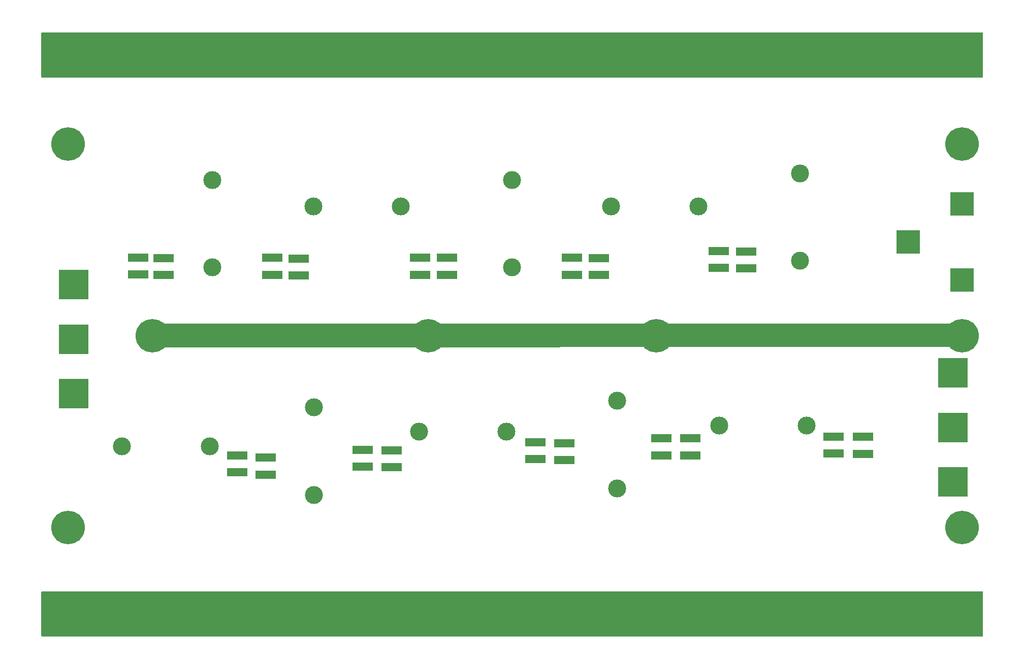
<source format=gbr>
%TF.GenerationSoftware,KiCad,Pcbnew,8.0.6-8.0.6-0~ubuntu24.04.1*%
%TF.CreationDate,2024-10-28T17:30:22+01:00*%
%TF.ProjectId,diplexer,6469706c-6578-4657-922e-6b696361645f,rev?*%
%TF.SameCoordinates,Original*%
%TF.FileFunction,Soldermask,Top*%
%TF.FilePolarity,Negative*%
%FSLAX46Y46*%
G04 Gerber Fmt 4.6, Leading zero omitted, Abs format (unit mm)*
G04 Created by KiCad (PCBNEW 8.0.6-8.0.6-0~ubuntu24.04.1) date 2024-10-28 17:30:22*
%MOMM*%
%LPD*%
G01*
G04 APERTURE LIST*
G04 Aperture macros list*
%AMRoundRect*
0 Rectangle with rounded corners*
0 $1 Rounding radius*
0 $2 $3 $4 $5 $6 $7 $8 $9 X,Y pos of 4 corners*
0 Add a 4 corners polygon primitive as box body*
4,1,4,$2,$3,$4,$5,$6,$7,$8,$9,$2,$3,0*
0 Add four circle primitives for the rounded corners*
1,1,$1+$1,$2,$3*
1,1,$1+$1,$4,$5*
1,1,$1+$1,$6,$7*
1,1,$1+$1,$8,$9*
0 Add four rect primitives between the rounded corners*
20,1,$1+$1,$2,$3,$4,$5,0*
20,1,$1+$1,$4,$5,$6,$7,0*
20,1,$1+$1,$6,$7,$8,$9,0*
20,1,$1+$1,$8,$9,$2,$3,0*%
G04 Aperture macros list end*
%ADD10RoundRect,0.102000X-1.590000X0.595000X-1.590000X-0.595000X1.590000X-0.595000X1.590000X0.595000X0*%
%ADD11C,3.000000*%
%ADD12RoundRect,0.102000X1.590000X-0.595000X1.590000X0.595000X-1.590000X0.595000X-1.590000X-0.595000X0*%
%ADD13C,5.600000*%
%ADD14R,5.000000X5.000000*%
%ADD15R,4.000000X4.000000*%
G04 APERTURE END LIST*
D10*
%TO.C,C17*%
X90400000Y-98678000D03*
X90400000Y-101500000D03*
%TD*%
D11*
%TO.C,L10*%
X45487500Y-98000000D03*
X60087500Y-98000000D03*
%TD*%
D12*
%TO.C,C6*%
X64700000Y-102300000D03*
X64700000Y-99478000D03*
%TD*%
D10*
%TO.C,C14*%
X124925000Y-66589000D03*
X124925000Y-69411000D03*
%TD*%
%TO.C,C4*%
X120500000Y-66529000D03*
X120500000Y-69351000D03*
%TD*%
D13*
%TO.C,J5*%
X36500000Y-47500000D03*
%TD*%
D10*
%TO.C,C19*%
X140175000Y-96678000D03*
X140175000Y-99500000D03*
%TD*%
D11*
%TO.C,L2*%
X77340000Y-57940000D03*
X91940000Y-57940000D03*
%TD*%
D14*
%TO.C,J3*%
X184000000Y-94850000D03*
X184000000Y-103960000D03*
X184000000Y-85750000D03*
%TD*%
D11*
%TO.C,L4*%
X126987500Y-57940000D03*
X141587500Y-57940000D03*
%TD*%
D15*
%TO.C,J2*%
X176500000Y-63890000D03*
X185500000Y-57540000D03*
X185500000Y-70240000D03*
%TD*%
D10*
%TO.C,C13*%
X95175000Y-66514000D03*
X95175000Y-69336000D03*
%TD*%
D11*
%TO.C,L6*%
X144987500Y-94500000D03*
X159587500Y-94500000D03*
%TD*%
D13*
%TO.C,J7*%
X185500000Y-47500000D03*
%TD*%
D11*
%TO.C,L7*%
X128000000Y-105012500D03*
X128000000Y-90412500D03*
%TD*%
D10*
%TO.C,C1*%
X52375000Y-66550000D03*
X52375000Y-69372000D03*
%TD*%
D12*
%TO.C,C7*%
X85600000Y-101400000D03*
X85600000Y-98578000D03*
%TD*%
D11*
%TO.C,L9*%
X77500000Y-106100000D03*
X77500000Y-91500000D03*
%TD*%
D13*
%TO.C,J11*%
X185500000Y-79500000D03*
%TD*%
%TO.C,J10*%
X134500000Y-79500000D03*
%TD*%
%TO.C,J8*%
X50500000Y-79500000D03*
%TD*%
D11*
%TO.C,L8*%
X94987500Y-95500000D03*
X109587500Y-95500000D03*
%TD*%
D10*
%TO.C,C15*%
X144900000Y-65375000D03*
X144900000Y-68197000D03*
%TD*%
%TO.C,C20*%
X168975000Y-96417000D03*
X168975000Y-99239000D03*
%TD*%
%TO.C,C11*%
X48175000Y-66460000D03*
X48175000Y-69282000D03*
%TD*%
D11*
%TO.C,L1*%
X60500000Y-68100000D03*
X60500000Y-53500000D03*
%TD*%
D14*
%TO.C,J1*%
X37400000Y-80110000D03*
X37400000Y-71000000D03*
X37400000Y-89210000D03*
%TD*%
D10*
%TO.C,C5*%
X149475000Y-65450000D03*
X149475000Y-68272000D03*
%TD*%
D12*
%TO.C,C10*%
X164100000Y-99200000D03*
X164100000Y-96378000D03*
%TD*%
D13*
%TO.C,J6*%
X185500000Y-111500000D03*
%TD*%
D10*
%TO.C,C2*%
X70500000Y-66529000D03*
X70500000Y-69351000D03*
%TD*%
%TO.C,C18*%
X119200000Y-97478000D03*
X119200000Y-100300000D03*
%TD*%
D12*
%TO.C,C8*%
X114400000Y-100100000D03*
X114400000Y-97278000D03*
%TD*%
%TO.C,C9*%
X135400000Y-99479000D03*
X135400000Y-96657000D03*
%TD*%
D10*
%TO.C,C12*%
X74900000Y-66625000D03*
X74900000Y-69447000D03*
%TD*%
D11*
%TO.C,L5*%
X158500000Y-67012500D03*
X158500000Y-52412500D03*
%TD*%
D10*
%TO.C,C16*%
X69400000Y-99878000D03*
X69400000Y-102700000D03*
%TD*%
D11*
%TO.C,L3*%
X110500000Y-68100000D03*
X110500000Y-53500000D03*
%TD*%
D10*
%TO.C,C3*%
X99610000Y-66529000D03*
X99610000Y-69351000D03*
%TD*%
D13*
%TO.C,J4*%
X36500000Y-111500000D03*
%TD*%
%TO.C,J9*%
X96500000Y-79500000D03*
%TD*%
G36*
X188943039Y-28919685D02*
G01*
X188988794Y-28972489D01*
X189000000Y-29024000D01*
X189000000Y-36276000D01*
X188980315Y-36343039D01*
X188927511Y-36388794D01*
X188876000Y-36400000D01*
X32124000Y-36400000D01*
X32056961Y-36380315D01*
X32011206Y-36327511D01*
X32000000Y-36276000D01*
X32000000Y-29024000D01*
X32019685Y-28956961D01*
X32072489Y-28911206D01*
X32124000Y-28900000D01*
X188876000Y-28900000D01*
X188943039Y-28919685D01*
G37*
G36*
X188943039Y-122219685D02*
G01*
X188988794Y-122272489D01*
X189000000Y-122324000D01*
X189000000Y-129576000D01*
X188980315Y-129643039D01*
X188927511Y-129688794D01*
X188876000Y-129700000D01*
X32124000Y-129700000D01*
X32056961Y-129680315D01*
X32011206Y-129627511D01*
X32000000Y-129576000D01*
X32000000Y-122324000D01*
X32019685Y-122256961D01*
X32072489Y-122211206D01*
X32124000Y-122200000D01*
X188876000Y-122200000D01*
X188943039Y-122219685D01*
G37*
G36*
X187443039Y-77519685D02*
G01*
X187488794Y-77572489D01*
X187500000Y-77624000D01*
X187500000Y-81276089D01*
X187480315Y-81343128D01*
X187427511Y-81388883D01*
X187376089Y-81400089D01*
X48624089Y-81499910D01*
X48557036Y-81480274D01*
X48511243Y-81427503D01*
X48500000Y-81375910D01*
X48500000Y-77624000D01*
X48519685Y-77556961D01*
X48572489Y-77511206D01*
X48624000Y-77500000D01*
X187376000Y-77500000D01*
X187443039Y-77519685D01*
G37*
M02*

</source>
